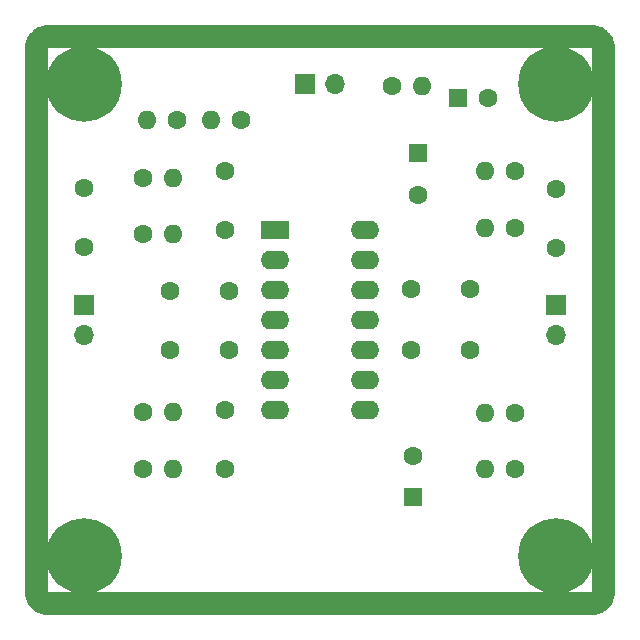
<source format=gts>
%TF.GenerationSoftware,KiCad,Pcbnew,7.0.10-7.0.10~ubuntu22.04.1*%
%TF.CreationDate,2024-01-03T18:29:47-08:00*%
%TF.ProjectId,YamhillActiveAFFilter,59616d68-696c-46c4-9163-746976654146,A*%
%TF.SameCoordinates,Original*%
%TF.FileFunction,Soldermask,Top*%
%TF.FilePolarity,Negative*%
%FSLAX46Y46*%
G04 Gerber Fmt 4.6, Leading zero omitted, Abs format (unit mm)*
G04 Created by KiCad (PCBNEW 7.0.10-7.0.10~ubuntu22.04.1) date 2024-01-03 18:29:47*
%MOMM*%
%LPD*%
G01*
G04 APERTURE LIST*
%ADD10R,1.600000X1.600000*%
%ADD11C,1.600000*%
%ADD12O,1.600000X1.600000*%
%ADD13R,1.700000X1.700000*%
%ADD14O,1.700000X1.700000*%
%ADD15C,0.800000*%
%ADD16C,6.400000*%
%ADD17R,2.400000X1.600000*%
%ADD18O,2.400000X1.600000*%
G04 APERTURE END LIST*
D10*
%TO.C,C4*%
X136700000Y-56200000D03*
D11*
X139200000Y-56200000D03*
%TD*%
D10*
%TO.C,C10*%
X133300000Y-60900000D03*
D11*
X133300000Y-64400000D03*
%TD*%
%TO.C,C6*%
X117000000Y-87600000D03*
X117000000Y-82600000D03*
%TD*%
%TO.C,R1*%
X118300000Y-58100000D03*
D12*
X115760000Y-58100000D03*
%TD*%
D11*
%TO.C,C11*%
X145000000Y-63900000D03*
X145000000Y-68900000D03*
%TD*%
%TO.C,C5*%
X117300000Y-77500000D03*
X112300000Y-77500000D03*
%TD*%
%TO.C,C9*%
X132700000Y-72400000D03*
X137700000Y-72400000D03*
%TD*%
%TO.C,R8*%
X141500000Y-87600000D03*
D12*
X138960000Y-87600000D03*
%TD*%
D13*
%TO.C,J3*%
X145000000Y-73725000D03*
D14*
X145000000Y-76265000D03*
%TD*%
D11*
%TO.C,R4*%
X110000000Y-67700000D03*
D12*
X112540000Y-67700000D03*
%TD*%
D11*
%TO.C,R7*%
X110000000Y-82800000D03*
D12*
X112540000Y-82800000D03*
%TD*%
D15*
%TO.C,H1*%
X102600000Y-55000000D03*
X103302944Y-53302944D03*
X103302944Y-56697056D03*
X105000000Y-52600000D03*
D16*
X105000000Y-55000000D03*
D15*
X105000000Y-57400000D03*
X106697056Y-53302944D03*
X106697056Y-56697056D03*
X107400000Y-55000000D03*
%TD*%
D13*
%TO.C,J2*%
X123725000Y-55000000D03*
D14*
X126265000Y-55000000D03*
%TD*%
D11*
%TO.C,R10*%
X141500000Y-62400000D03*
D12*
X138960000Y-62400000D03*
%TD*%
D11*
%TO.C,C2*%
X117300000Y-72500000D03*
X112300000Y-72500000D03*
%TD*%
%TO.C,R3*%
X110000000Y-63000000D03*
D12*
X112540000Y-63000000D03*
%TD*%
D15*
%TO.C,H4*%
X142600000Y-55000000D03*
X143302944Y-53302944D03*
X143302944Y-56697056D03*
X145000000Y-52600000D03*
D16*
X145000000Y-55000000D03*
D15*
X145000000Y-57400000D03*
X146697056Y-53302944D03*
X146697056Y-56697056D03*
X147400000Y-55000000D03*
%TD*%
D11*
%TO.C,R6*%
X110000000Y-87600000D03*
D12*
X112540000Y-87600000D03*
%TD*%
D11*
%TO.C,R9*%
X141500000Y-82900000D03*
D12*
X138960000Y-82900000D03*
%TD*%
D11*
%TO.C,R11*%
X141500000Y-67200000D03*
D12*
X138960000Y-67200000D03*
%TD*%
D15*
%TO.C,H3*%
X142600000Y-95000000D03*
X143302944Y-93302944D03*
X143302944Y-96697056D03*
X145000000Y-92600000D03*
D16*
X145000000Y-95000000D03*
D15*
X145000000Y-97400000D03*
X146697056Y-93302944D03*
X146697056Y-96697056D03*
X147400000Y-95000000D03*
%TD*%
%TO.C,H2*%
X102600000Y-95000000D03*
X103302944Y-93302944D03*
X103302944Y-96697056D03*
X105000000Y-92600000D03*
D16*
X105000000Y-95000000D03*
D15*
X105000000Y-97400000D03*
X106697056Y-93302944D03*
X106697056Y-96697056D03*
X107400000Y-95000000D03*
%TD*%
D10*
%TO.C,C8*%
X132900000Y-90000000D03*
D11*
X132900000Y-86500000D03*
%TD*%
%TO.C,C7*%
X132700000Y-77500000D03*
X137700000Y-77500000D03*
%TD*%
%TO.C,C3*%
X117000000Y-62400000D03*
X117000000Y-67400000D03*
%TD*%
D13*
%TO.C,J1*%
X105000000Y-73725000D03*
D14*
X105000000Y-76265000D03*
%TD*%
D11*
%TO.C,R5*%
X131060000Y-55200000D03*
D12*
X133600000Y-55200000D03*
%TD*%
D11*
%TO.C,R2*%
X112900000Y-58100000D03*
D12*
X110360000Y-58100000D03*
%TD*%
D17*
%TO.C,U1*%
X121175000Y-67375000D03*
D18*
X121175000Y-69915000D03*
X121175000Y-72455000D03*
X121175000Y-74995000D03*
X121175000Y-77535000D03*
X121175000Y-80075000D03*
X121175000Y-82615000D03*
X128795000Y-82615000D03*
X128795000Y-80075000D03*
X128795000Y-77535000D03*
X128795000Y-74995000D03*
X128795000Y-72455000D03*
X128795000Y-69915000D03*
X128795000Y-67375000D03*
%TD*%
D11*
%TO.C,C1*%
X105000000Y-68800000D03*
X105000000Y-63800000D03*
%TD*%
G36*
X102003031Y-51750149D02*
G01*
X102018420Y-51750905D01*
X102030531Y-51752098D01*
X102038917Y-51753342D01*
X102102343Y-51782651D01*
X102139854Y-51841597D01*
X102139542Y-51911466D01*
X102101505Y-51970075D01*
X102037820Y-51998815D01*
X102020722Y-52000000D01*
X102000000Y-52000000D01*
X102000000Y-98000000D01*
X102020722Y-98000000D01*
X102087761Y-98019685D01*
X102133516Y-98072489D01*
X102143460Y-98141647D01*
X102114435Y-98205203D01*
X102055657Y-98242977D01*
X102038903Y-98246660D01*
X102030517Y-98247903D01*
X102018428Y-98249093D01*
X102003039Y-98249850D01*
X101996947Y-98250000D01*
X100133328Y-98250000D01*
X100066289Y-98230315D01*
X100020534Y-98177511D01*
X100009644Y-98134846D01*
X100000316Y-98004418D01*
X100000000Y-97995572D01*
X100000000Y-52004427D01*
X100000316Y-51995581D01*
X100009644Y-51865154D01*
X100034061Y-51799690D01*
X100089994Y-51757818D01*
X100133328Y-51750000D01*
X101996947Y-51750000D01*
X102003031Y-51750149D01*
G37*
G36*
X101943039Y-97769685D02*
G01*
X101988794Y-97822489D01*
X102000000Y-97874000D01*
X102000000Y-98000000D01*
X148000000Y-98000000D01*
X148000000Y-97874000D01*
X148019685Y-97806961D01*
X148072489Y-97761206D01*
X148124000Y-97750000D01*
X149876000Y-97750000D01*
X149943039Y-97769685D01*
X149988794Y-97822489D01*
X150000000Y-97874000D01*
X150000000Y-97995572D01*
X149999684Y-98004418D01*
X149980275Y-98275785D01*
X149977757Y-98293297D01*
X149920872Y-98554794D01*
X149915888Y-98571770D01*
X149822361Y-98822524D01*
X149815011Y-98838617D01*
X149686758Y-99073496D01*
X149677193Y-99088380D01*
X149516811Y-99302624D01*
X149505225Y-99315994D01*
X149315994Y-99505225D01*
X149302624Y-99516811D01*
X149088380Y-99677193D01*
X149073496Y-99686758D01*
X148838617Y-99815011D01*
X148822524Y-99822361D01*
X148571770Y-99915888D01*
X148554794Y-99920872D01*
X148293297Y-99977757D01*
X148275785Y-99980275D01*
X148004418Y-99999684D01*
X147995572Y-100000000D01*
X102004428Y-100000000D01*
X101995582Y-99999684D01*
X101724214Y-99980275D01*
X101706702Y-99977757D01*
X101445205Y-99920872D01*
X101428229Y-99915888D01*
X101177475Y-99822361D01*
X101161382Y-99815011D01*
X100926503Y-99686758D01*
X100911619Y-99677193D01*
X100697375Y-99516811D01*
X100684005Y-99505225D01*
X100494774Y-99315994D01*
X100483188Y-99302624D01*
X100322806Y-99088380D01*
X100313241Y-99073496D01*
X100184988Y-98838617D01*
X100177638Y-98822524D01*
X100084111Y-98571770D01*
X100079127Y-98554794D01*
X100022242Y-98293297D01*
X100019724Y-98275785D01*
X100000316Y-98004418D01*
X100000000Y-97995572D01*
X100000000Y-97874000D01*
X100019685Y-97806961D01*
X100072489Y-97761206D01*
X100124000Y-97750000D01*
X101876000Y-97750000D01*
X101943039Y-97769685D01*
G37*
G36*
X149933711Y-51769685D02*
G01*
X149979466Y-51822489D01*
X149990356Y-51865154D01*
X149999684Y-51995581D01*
X150000000Y-52004427D01*
X150000000Y-97995572D01*
X149999684Y-98004418D01*
X149990356Y-98134846D01*
X149965939Y-98200310D01*
X149910006Y-98242182D01*
X149866672Y-98250000D01*
X148003053Y-98250000D01*
X147996961Y-98249850D01*
X147981571Y-98249093D01*
X147969480Y-98247903D01*
X147961095Y-98246660D01*
X147897667Y-98217357D01*
X147860149Y-98158415D01*
X147860455Y-98088546D01*
X147898486Y-98029933D01*
X147962167Y-98001186D01*
X147979278Y-98000000D01*
X148000000Y-98000000D01*
X148000000Y-52000000D01*
X147979278Y-52000000D01*
X147912239Y-51980315D01*
X147866484Y-51927511D01*
X147856540Y-51858353D01*
X147885565Y-51794797D01*
X147944343Y-51757023D01*
X147961081Y-51753343D01*
X147969466Y-51752099D01*
X147981579Y-51750905D01*
X147996969Y-51750149D01*
X148003053Y-51750000D01*
X149866672Y-51750000D01*
X149933711Y-51769685D01*
G37*
G36*
X148004418Y-50000316D02*
G01*
X148275785Y-50019724D01*
X148293297Y-50022242D01*
X148554794Y-50079127D01*
X148571770Y-50084111D01*
X148822524Y-50177638D01*
X148838617Y-50184988D01*
X149073496Y-50313241D01*
X149088380Y-50322806D01*
X149302624Y-50483188D01*
X149315994Y-50494774D01*
X149505225Y-50684005D01*
X149516811Y-50697375D01*
X149677193Y-50911619D01*
X149686758Y-50926503D01*
X149815011Y-51161382D01*
X149822361Y-51177475D01*
X149915888Y-51428229D01*
X149920872Y-51445205D01*
X149977757Y-51706702D01*
X149980275Y-51724214D01*
X149999684Y-51995581D01*
X150000000Y-52004427D01*
X150000000Y-52126000D01*
X149980315Y-52193039D01*
X149927511Y-52238794D01*
X149876000Y-52250000D01*
X148124000Y-52250000D01*
X148056961Y-52230315D01*
X148011206Y-52177511D01*
X148000000Y-52126000D01*
X148000000Y-52000000D01*
X102000000Y-52000000D01*
X102000000Y-52126000D01*
X101980315Y-52193039D01*
X101927511Y-52238794D01*
X101876000Y-52250000D01*
X100124000Y-52250000D01*
X100056961Y-52230315D01*
X100011206Y-52177511D01*
X100000000Y-52126000D01*
X100000000Y-52004427D01*
X100000316Y-51995581D01*
X100019724Y-51724214D01*
X100022242Y-51706702D01*
X100079127Y-51445205D01*
X100084111Y-51428229D01*
X100177638Y-51177475D01*
X100184988Y-51161382D01*
X100313241Y-50926503D01*
X100322806Y-50911619D01*
X100483188Y-50697375D01*
X100494774Y-50684005D01*
X100684005Y-50494774D01*
X100697375Y-50483188D01*
X100911619Y-50322806D01*
X100926503Y-50313241D01*
X101161382Y-50184988D01*
X101177475Y-50177638D01*
X101428229Y-50084111D01*
X101445205Y-50079127D01*
X101706702Y-50022242D01*
X101724214Y-50019724D01*
X101995582Y-50000316D01*
X102004428Y-50000000D01*
X147995572Y-50000000D01*
X148004418Y-50000316D01*
G37*
M02*

</source>
